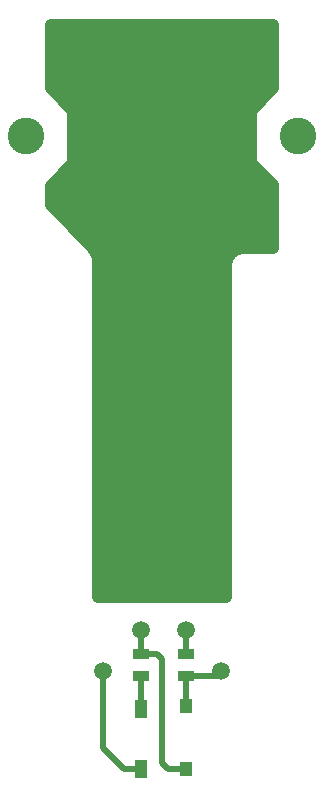
<source format=gbr>
G04 (created by PCBNEW (2013-may-18)-stable) date Вс 25 окт 2015 21:36:28*
%MOIN*%
G04 Gerber Fmt 3.4, Leading zero omitted, Abs format*
%FSLAX34Y34*%
G01*
G70*
G90*
G04 APERTURE LIST*
%ADD10C,0.00393701*%
%ADD11C,0.122047*%
%ADD12R,0.055X0.035*%
%ADD13R,0.0393701X0.0629921*%
%ADD14R,0.0393701X0.0511811*%
%ADD15C,0.0590551*%
%ADD16C,0.019685*%
%ADD17C,0.0393701*%
G04 APERTURE END LIST*
G54D10*
G54D11*
X7081Y-10222D03*
X16137Y-10222D03*
G54D12*
X10925Y-27479D03*
X10925Y-28229D03*
X12401Y-28229D03*
X12401Y-27479D03*
G54D13*
X10925Y-31299D03*
X10925Y-29330D03*
G54D14*
X12401Y-31299D03*
X12401Y-29212D03*
G54D15*
X13582Y-28051D03*
X10925Y-26673D03*
X9645Y-28051D03*
X12401Y-26673D03*
G54D16*
X12401Y-28229D02*
X13404Y-28229D01*
X13404Y-28229D02*
X13582Y-28051D01*
X12401Y-29212D02*
X12421Y-29212D01*
X12401Y-29212D02*
X12401Y-28229D01*
X12401Y-31299D02*
X11811Y-31299D01*
X11436Y-27479D02*
X10925Y-27479D01*
X11614Y-27657D02*
X11436Y-27479D01*
X11614Y-30807D02*
X11614Y-27657D01*
X11614Y-31102D02*
X11614Y-30807D01*
X11811Y-31299D02*
X11614Y-31102D01*
X10925Y-26673D02*
X10925Y-27479D01*
X10925Y-31299D02*
X10334Y-31299D01*
X9645Y-30610D02*
X9645Y-28051D01*
X10334Y-31299D02*
X9645Y-30610D01*
X12401Y-26673D02*
X12401Y-27479D01*
X10925Y-29330D02*
X10925Y-28229D01*
G54D10*
G36*
X15320Y-13933D02*
X14365Y-13933D01*
X14128Y-13980D01*
X13926Y-14114D01*
X13792Y-14315D01*
X13745Y-14553D01*
X13750Y-14576D01*
X13750Y-25590D01*
X9478Y-25590D01*
X9478Y-14370D01*
X9431Y-14132D01*
X9428Y-14128D01*
X9426Y-14119D01*
X9292Y-13917D01*
X7898Y-12524D01*
X7898Y-11867D01*
X8661Y-11105D01*
X8661Y-9367D01*
X7898Y-8604D01*
X7898Y-6511D01*
X15320Y-6511D01*
X15320Y-8614D01*
X14566Y-9367D01*
X14566Y-11105D01*
X15320Y-11858D01*
X15320Y-13933D01*
X15320Y-13933D01*
G37*
G54D17*
X15320Y-13933D02*
X14365Y-13933D01*
X14128Y-13980D01*
X13926Y-14114D01*
X13792Y-14315D01*
X13745Y-14553D01*
X13750Y-14576D01*
X13750Y-25590D01*
X9478Y-25590D01*
X9478Y-14370D01*
X9431Y-14132D01*
X9428Y-14128D01*
X9426Y-14119D01*
X9292Y-13917D01*
X7898Y-12524D01*
X7898Y-11867D01*
X8661Y-11105D01*
X8661Y-9367D01*
X7898Y-8604D01*
X7898Y-6511D01*
X15320Y-6511D01*
X15320Y-8614D01*
X14566Y-9367D01*
X14566Y-11105D01*
X15320Y-11858D01*
X15320Y-13933D01*
M02*

</source>
